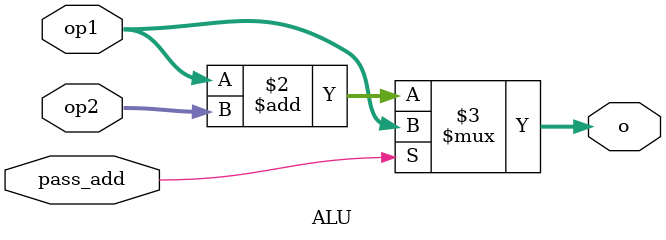
<source format=v>
module ALU ( op1, op2, pass_add, o);
  input [7:0] op1, op2;
  input pass_add;
  output [7:0] o;
   
  assign o = (pass_add == 1'b 1) ? op1 : (op1 + op2);
  
endmodule

</source>
